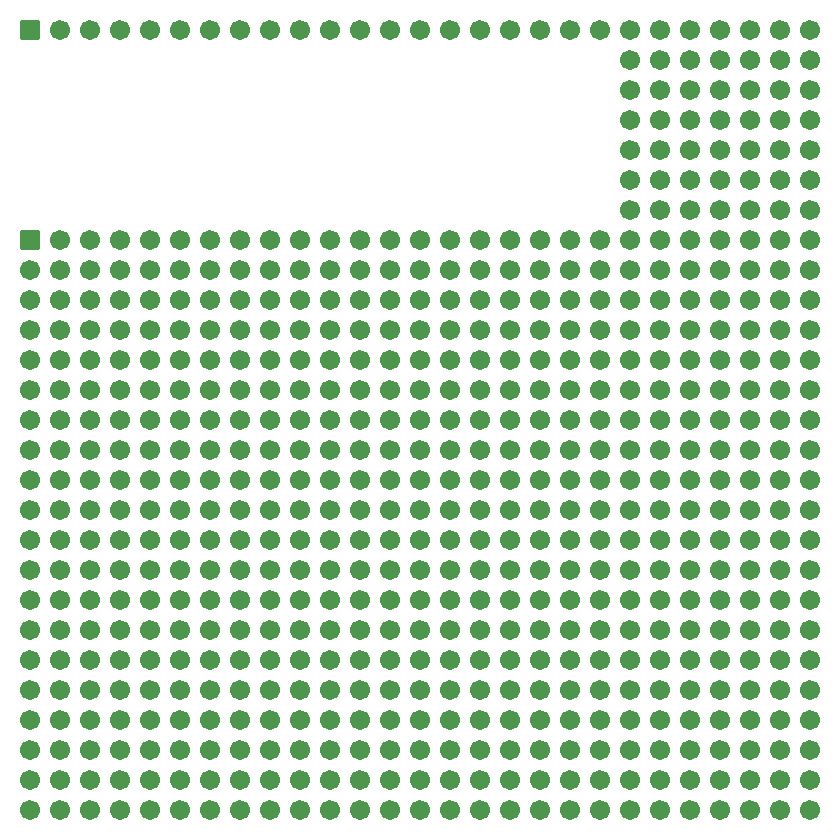
<source format=gbs>
G04 Layer: BottomSolderMaskLayer*
G04 EasyEDA v6.5.14, 2022-08-20 14:37:37*
G04 4645136cb0f74b4096413293ac8c450d,6126cb6f80e34288b1b51c63ee1abbf7,10*
G04 Gerber Generator version 0.2*
G04 Scale: 100 percent, Rotated: No, Reflected: No *
G04 Dimensions in millimeters *
G04 leading zeros omitted , absolute positions ,4 integer and 5 decimal *
%FSLAX45Y45*%
%MOMM*%

%AMMACRO1*1,1,$1,$2,$3*1,1,$1,$4,$5*1,1,$1,0-$2,0-$3*1,1,$1,0-$4,0-$5*20,1,$1,$2,$3,$4,$5,0*20,1,$1,$4,$5,0-$2,0-$3,0*20,1,$1,0-$2,0-$3,0-$4,0-$5,0*20,1,$1,0-$4,0-$5,$2,$3,0*4,1,4,$2,$3,$4,$5,0-$2,0-$3,0-$4,0-$5,$2,$3,0*%
%ADD10C,1.7016*%
%ADD11MACRO1,0.1016X-0.8X0.8X0.8X0.8*%

%LPD*%
D10*
G01*
X8559800Y7683474D03*
G01*
X8305800Y7683474D03*
G01*
X8051800Y7683474D03*
G01*
X7797800Y7683474D03*
G01*
X7543800Y7683474D03*
G01*
X7289800Y7683474D03*
G01*
X7035800Y7683474D03*
G01*
X6781800Y7683474D03*
G01*
X6527800Y7683474D03*
G01*
X6273800Y7683474D03*
G01*
X6019800Y7683474D03*
G01*
X5765800Y7683474D03*
G01*
X5511800Y7683474D03*
G01*
X5257800Y7683474D03*
G01*
X5003800Y7683474D03*
G01*
X4749800Y7683474D03*
G01*
X4495800Y7683474D03*
G01*
X4241800Y7683474D03*
G01*
X3987800Y7683474D03*
D11*
G01*
X3733787Y7683484D03*
D10*
G01*
X8559800Y9461474D03*
G01*
X8305800Y9461474D03*
G01*
X8051800Y9461474D03*
G01*
X7797800Y9461474D03*
G01*
X7543800Y9461474D03*
G01*
X7289800Y9461474D03*
G01*
X7035800Y9461474D03*
G01*
X6781800Y9461474D03*
G01*
X6527800Y9461474D03*
G01*
X6273800Y9461474D03*
G01*
X6019800Y9461474D03*
G01*
X5765800Y9461474D03*
G01*
X5511800Y9461474D03*
G01*
X5257800Y9461474D03*
G01*
X5003800Y9461474D03*
G01*
X4749800Y9461474D03*
G01*
X4495800Y9461474D03*
G01*
X4241800Y9461474D03*
G01*
X3987800Y9461474D03*
D11*
G01*
X3733787Y9461482D03*
D10*
G01*
X8813774Y9461474D03*
G01*
X8813774Y9207474D03*
G01*
X8813774Y8953474D03*
G01*
X8813774Y8699474D03*
G01*
X8813774Y8445474D03*
G01*
X8813774Y8191474D03*
G01*
X8813774Y7937474D03*
G01*
X8813774Y7683474D03*
G01*
X3733800Y2857500D03*
G01*
X3733800Y3111500D03*
G01*
X3733800Y3365500D03*
G01*
X3733800Y3619500D03*
G01*
X3733800Y3873500D03*
G01*
X3733800Y4127500D03*
G01*
X3733800Y4381500D03*
G01*
X3733800Y4635500D03*
G01*
X3733800Y4889500D03*
G01*
X3733800Y5143500D03*
G01*
X3733800Y5397500D03*
G01*
X3733800Y5651500D03*
G01*
X3733800Y5905474D03*
G01*
X3733800Y6159474D03*
G01*
X3733800Y6413474D03*
G01*
X3733800Y6667474D03*
G01*
X3733800Y6921474D03*
G01*
X3733800Y7175474D03*
G01*
X3733800Y7429474D03*
G01*
X3987800Y7429474D03*
G01*
X3987800Y7175474D03*
G01*
X3987800Y6921474D03*
G01*
X3987800Y6667474D03*
G01*
X3987800Y6413474D03*
G01*
X3987800Y6159474D03*
G01*
X3987800Y5905474D03*
G01*
X3987800Y5651500D03*
G01*
X3987800Y5397500D03*
G01*
X3987800Y5143500D03*
G01*
X3987800Y4889500D03*
G01*
X3987800Y4635500D03*
G01*
X3987800Y4381500D03*
G01*
X3987800Y4127500D03*
G01*
X3987800Y3873500D03*
G01*
X3987800Y3619500D03*
G01*
X3987800Y3365500D03*
G01*
X3987800Y3111500D03*
G01*
X3987800Y2857500D03*
G01*
X4495800Y2857500D03*
G01*
X4495800Y3111500D03*
G01*
X4495800Y3365500D03*
G01*
X4495800Y3619500D03*
G01*
X4495800Y3873500D03*
G01*
X4495800Y4127500D03*
G01*
X4495800Y4381500D03*
G01*
X4495800Y4635500D03*
G01*
X4495800Y4889500D03*
G01*
X4495800Y5143500D03*
G01*
X4495800Y5397500D03*
G01*
X4495800Y5651500D03*
G01*
X4495800Y5905474D03*
G01*
X4495800Y6159474D03*
G01*
X4495800Y6413474D03*
G01*
X4495800Y6667474D03*
G01*
X4495800Y6921474D03*
G01*
X4495800Y7175474D03*
G01*
X4495800Y7429474D03*
G01*
X4241800Y7429474D03*
G01*
X4241800Y7175474D03*
G01*
X4241800Y6921474D03*
G01*
X4241800Y6667474D03*
G01*
X4241800Y6413474D03*
G01*
X4241800Y6159474D03*
G01*
X4241800Y5905474D03*
G01*
X4241800Y5651500D03*
G01*
X4241800Y5397500D03*
G01*
X4241800Y5143500D03*
G01*
X4241800Y4889500D03*
G01*
X4241800Y4635500D03*
G01*
X4241800Y4381500D03*
G01*
X4241800Y4127500D03*
G01*
X4241800Y3873500D03*
G01*
X4241800Y3619500D03*
G01*
X4241800Y3365500D03*
G01*
X4241800Y3111500D03*
G01*
X4241800Y2857500D03*
G01*
X5257800Y2857500D03*
G01*
X5257800Y3111500D03*
G01*
X5257800Y3365500D03*
G01*
X5257800Y3619500D03*
G01*
X5257800Y3873500D03*
G01*
X5257800Y4127500D03*
G01*
X5257800Y4381500D03*
G01*
X5257800Y4635500D03*
G01*
X5257800Y4889500D03*
G01*
X5257800Y5143500D03*
G01*
X5257800Y5397500D03*
G01*
X5257800Y5651500D03*
G01*
X5257800Y5905474D03*
G01*
X5257800Y6159474D03*
G01*
X5257800Y6413474D03*
G01*
X5257800Y6667474D03*
G01*
X5257800Y6921474D03*
G01*
X5257800Y7175474D03*
G01*
X5257800Y7429474D03*
G01*
X5511800Y7429474D03*
G01*
X5511800Y7175474D03*
G01*
X5511800Y6921474D03*
G01*
X5511800Y6667474D03*
G01*
X5511800Y6413474D03*
G01*
X5511800Y6159474D03*
G01*
X5511800Y5905474D03*
G01*
X5511800Y5651500D03*
G01*
X5511800Y5397500D03*
G01*
X5511800Y5143500D03*
G01*
X5511800Y4889500D03*
G01*
X5511800Y4635500D03*
G01*
X5511800Y4381500D03*
G01*
X5511800Y4127500D03*
G01*
X5511800Y3873500D03*
G01*
X5511800Y3619500D03*
G01*
X5511800Y3365500D03*
G01*
X5511800Y3111500D03*
G01*
X5511800Y2857500D03*
G01*
X5003800Y2857500D03*
G01*
X5003800Y3111500D03*
G01*
X5003800Y3365500D03*
G01*
X5003800Y3619500D03*
G01*
X5003800Y3873500D03*
G01*
X5003800Y4127500D03*
G01*
X5003800Y4381500D03*
G01*
X5003800Y4635500D03*
G01*
X5003800Y4889500D03*
G01*
X5003800Y5143500D03*
G01*
X5003800Y5397500D03*
G01*
X5003800Y5651500D03*
G01*
X5003800Y5905474D03*
G01*
X5003800Y6159474D03*
G01*
X5003800Y6413474D03*
G01*
X5003800Y6667474D03*
G01*
X5003800Y6921474D03*
G01*
X5003800Y7175474D03*
G01*
X5003800Y7429474D03*
G01*
X4749800Y7429474D03*
G01*
X4749800Y7175474D03*
G01*
X4749800Y6921474D03*
G01*
X4749800Y6667474D03*
G01*
X4749800Y6413474D03*
G01*
X4749800Y6159474D03*
G01*
X4749800Y5905474D03*
G01*
X4749800Y5651500D03*
G01*
X4749800Y5397500D03*
G01*
X4749800Y5143500D03*
G01*
X4749800Y4889500D03*
G01*
X4749800Y4635500D03*
G01*
X4749800Y4381500D03*
G01*
X4749800Y4127500D03*
G01*
X4749800Y3873500D03*
G01*
X4749800Y3619500D03*
G01*
X4749800Y3365500D03*
G01*
X4749800Y3111500D03*
G01*
X4749800Y2857500D03*
G01*
X6781774Y2857500D03*
G01*
X6781774Y3111500D03*
G01*
X6781774Y3365500D03*
G01*
X6781774Y3619500D03*
G01*
X6781774Y3873500D03*
G01*
X6781774Y4127500D03*
G01*
X6781774Y4381500D03*
G01*
X6781774Y4635500D03*
G01*
X6781774Y4889500D03*
G01*
X6781774Y5143500D03*
G01*
X6781774Y5397500D03*
G01*
X6781774Y5651500D03*
G01*
X6781774Y5905474D03*
G01*
X6781774Y6159474D03*
G01*
X6781774Y6413474D03*
G01*
X6781774Y6667474D03*
G01*
X6781774Y6921474D03*
G01*
X6781774Y7175474D03*
G01*
X6781774Y7429474D03*
G01*
X7035774Y7429474D03*
G01*
X7035774Y7175474D03*
G01*
X7035774Y6921474D03*
G01*
X7035774Y6667474D03*
G01*
X7035774Y6413474D03*
G01*
X7035774Y6159474D03*
G01*
X7035774Y5905474D03*
G01*
X7035774Y5651500D03*
G01*
X7035774Y5397500D03*
G01*
X7035774Y5143500D03*
G01*
X7035774Y4889500D03*
G01*
X7035774Y4635500D03*
G01*
X7035774Y4381500D03*
G01*
X7035774Y4127500D03*
G01*
X7035774Y3873500D03*
G01*
X7035774Y3619500D03*
G01*
X7035774Y3365500D03*
G01*
X7035774Y3111500D03*
G01*
X7035774Y2857500D03*
G01*
X7543774Y2857500D03*
G01*
X7543774Y3111500D03*
G01*
X7543774Y3365500D03*
G01*
X7543774Y3619500D03*
G01*
X7543774Y3873500D03*
G01*
X7543774Y4127500D03*
G01*
X7543774Y4381500D03*
G01*
X7543774Y4635500D03*
G01*
X7543774Y4889500D03*
G01*
X7543774Y5143500D03*
G01*
X7543774Y5397500D03*
G01*
X7543774Y5651500D03*
G01*
X7543774Y5905474D03*
G01*
X7543774Y6159474D03*
G01*
X7543774Y6413474D03*
G01*
X7543774Y6667474D03*
G01*
X7543774Y6921474D03*
G01*
X7543774Y7175474D03*
G01*
X7543774Y7429474D03*
G01*
X7289774Y7429474D03*
G01*
X7289774Y7175474D03*
G01*
X7289774Y6921474D03*
G01*
X7289774Y6667474D03*
G01*
X7289774Y6413474D03*
G01*
X7289774Y6159474D03*
G01*
X7289774Y5905474D03*
G01*
X7289774Y5651500D03*
G01*
X7289774Y5397500D03*
G01*
X7289774Y5143500D03*
G01*
X7289774Y4889500D03*
G01*
X7289774Y4635500D03*
G01*
X7289774Y4381500D03*
G01*
X7289774Y4127500D03*
G01*
X7289774Y3873500D03*
G01*
X7289774Y3619500D03*
G01*
X7289774Y3365500D03*
G01*
X7289774Y3111500D03*
G01*
X7289774Y2857500D03*
G01*
X6273800Y2857500D03*
G01*
X6273800Y3111500D03*
G01*
X6273800Y3365500D03*
G01*
X6273800Y3619500D03*
G01*
X6273800Y3873500D03*
G01*
X6273800Y4127500D03*
G01*
X6273800Y4381500D03*
G01*
X6273800Y4635500D03*
G01*
X6273800Y4889500D03*
G01*
X6273800Y5143500D03*
G01*
X6273800Y5397500D03*
G01*
X6273800Y5651500D03*
G01*
X6273800Y5905474D03*
G01*
X6273800Y6159474D03*
G01*
X6273800Y6413474D03*
G01*
X6273800Y6667474D03*
G01*
X6273800Y6921474D03*
G01*
X6273800Y7175474D03*
G01*
X6273800Y7429474D03*
G01*
X6527800Y7429474D03*
G01*
X6527800Y7175474D03*
G01*
X6527800Y6921474D03*
G01*
X6527800Y6667474D03*
G01*
X6527800Y6413474D03*
G01*
X6527800Y6159474D03*
G01*
X6527800Y5905474D03*
G01*
X6527800Y5651500D03*
G01*
X6527800Y5397500D03*
G01*
X6527800Y5143500D03*
G01*
X6527800Y4889500D03*
G01*
X6527800Y4635500D03*
G01*
X6527800Y4381500D03*
G01*
X6527800Y4127500D03*
G01*
X6527800Y3873500D03*
G01*
X6527800Y3619500D03*
G01*
X6527800Y3365500D03*
G01*
X6527800Y3111500D03*
G01*
X6527800Y2857500D03*
G01*
X6019800Y2857500D03*
G01*
X6019800Y3111500D03*
G01*
X6019800Y3365500D03*
G01*
X6019800Y3619500D03*
G01*
X6019800Y3873500D03*
G01*
X6019800Y4127500D03*
G01*
X6019800Y4381500D03*
G01*
X6019800Y4635500D03*
G01*
X6019800Y4889500D03*
G01*
X6019800Y5143500D03*
G01*
X6019800Y5397500D03*
G01*
X6019800Y5651500D03*
G01*
X6019800Y5905474D03*
G01*
X6019800Y6159474D03*
G01*
X6019800Y6413474D03*
G01*
X6019800Y6667474D03*
G01*
X6019800Y6921474D03*
G01*
X6019800Y7175474D03*
G01*
X6019800Y7429474D03*
G01*
X5765800Y7429474D03*
G01*
X5765800Y7175474D03*
G01*
X5765800Y6921474D03*
G01*
X5765800Y6667474D03*
G01*
X5765800Y6413474D03*
G01*
X5765800Y6159474D03*
G01*
X5765800Y5905474D03*
G01*
X5765800Y5651500D03*
G01*
X5765800Y5397500D03*
G01*
X5765800Y5143500D03*
G01*
X5765800Y4889500D03*
G01*
X5765800Y4635500D03*
G01*
X5765800Y4381500D03*
G01*
X5765800Y4127500D03*
G01*
X5765800Y3873500D03*
G01*
X5765800Y3619500D03*
G01*
X5765800Y3365500D03*
G01*
X5765800Y3111500D03*
G01*
X5765800Y2857500D03*
G01*
X8813774Y2857500D03*
G01*
X8813774Y3111500D03*
G01*
X8813774Y3365500D03*
G01*
X8813774Y3619500D03*
G01*
X8813774Y3873500D03*
G01*
X8813774Y4127500D03*
G01*
X8813774Y4381500D03*
G01*
X8813774Y4635500D03*
G01*
X8813774Y4889500D03*
G01*
X8813774Y5143500D03*
G01*
X8813774Y5397500D03*
G01*
X8813774Y5651500D03*
G01*
X8813774Y5905474D03*
G01*
X8813774Y6159474D03*
G01*
X8813774Y6413474D03*
G01*
X8813774Y6667474D03*
G01*
X8813774Y6921474D03*
G01*
X8813774Y7175474D03*
G01*
X8813774Y7429474D03*
G01*
X9067774Y7429474D03*
G01*
X9067774Y7175474D03*
G01*
X9067774Y6921474D03*
G01*
X9067774Y6667474D03*
G01*
X9067774Y6413474D03*
G01*
X9067774Y6159474D03*
G01*
X9067774Y5905474D03*
G01*
X9067774Y5651500D03*
G01*
X9067774Y5397500D03*
G01*
X9067774Y5143500D03*
G01*
X9067774Y4889500D03*
G01*
X9067774Y4635500D03*
G01*
X9067774Y4381500D03*
G01*
X9067774Y4127500D03*
G01*
X9067774Y3873500D03*
G01*
X9067774Y3619500D03*
G01*
X9067774Y3365500D03*
G01*
X9067774Y3111500D03*
G01*
X9067774Y2857500D03*
G01*
X9575774Y2857500D03*
G01*
X9575774Y3111500D03*
G01*
X9575774Y3365500D03*
G01*
X9575774Y3619500D03*
G01*
X9575774Y3873500D03*
G01*
X9575774Y4127500D03*
G01*
X9575774Y4381500D03*
G01*
X9575774Y4635500D03*
G01*
X9575774Y4889500D03*
G01*
X9575774Y5143500D03*
G01*
X9575774Y5397500D03*
G01*
X9575774Y5651500D03*
G01*
X9575774Y5905474D03*
G01*
X9575774Y6159474D03*
G01*
X9575774Y6413474D03*
G01*
X9575774Y6667474D03*
G01*
X9575774Y6921474D03*
G01*
X9575774Y7175474D03*
G01*
X9575774Y7429474D03*
G01*
X9321774Y7429474D03*
G01*
X9321774Y7175474D03*
G01*
X9321774Y6921474D03*
G01*
X9321774Y6667474D03*
G01*
X9321774Y6413474D03*
G01*
X9321774Y6159474D03*
G01*
X9321774Y5905474D03*
G01*
X9321774Y5651500D03*
G01*
X9321774Y5397500D03*
G01*
X9321774Y5143500D03*
G01*
X9321774Y4889500D03*
G01*
X9321774Y4635500D03*
G01*
X9321774Y4381500D03*
G01*
X9321774Y4127500D03*
G01*
X9321774Y3873500D03*
G01*
X9321774Y3619500D03*
G01*
X9321774Y3365500D03*
G01*
X9321774Y3111500D03*
G01*
X9321774Y2857500D03*
G01*
X8305774Y2857500D03*
G01*
X8305774Y3111500D03*
G01*
X8305774Y3365500D03*
G01*
X8305774Y3619500D03*
G01*
X8305774Y3873500D03*
G01*
X8305774Y4127500D03*
G01*
X8305774Y4381500D03*
G01*
X8305774Y4635500D03*
G01*
X8305774Y4889500D03*
G01*
X8305774Y5143500D03*
G01*
X8305774Y5397500D03*
G01*
X8305774Y5651500D03*
G01*
X8305774Y5905474D03*
G01*
X8305774Y6159474D03*
G01*
X8305774Y6413474D03*
G01*
X8305774Y6667474D03*
G01*
X8305774Y6921474D03*
G01*
X8305774Y7175474D03*
G01*
X8305774Y7429474D03*
G01*
X8559774Y7429474D03*
G01*
X8559774Y7175474D03*
G01*
X8559774Y6921474D03*
G01*
X8559774Y6667474D03*
G01*
X8559774Y6413474D03*
G01*
X8559774Y6159474D03*
G01*
X8559774Y5905474D03*
G01*
X8559774Y5651500D03*
G01*
X8559774Y5397500D03*
G01*
X8559774Y5143500D03*
G01*
X8559774Y4889500D03*
G01*
X8559774Y4635500D03*
G01*
X8559774Y4381500D03*
G01*
X8559774Y4127500D03*
G01*
X8559774Y3873500D03*
G01*
X8559774Y3619500D03*
G01*
X8559774Y3365500D03*
G01*
X8559774Y3111500D03*
G01*
X8559774Y2857500D03*
G01*
X8051774Y2857500D03*
G01*
X8051774Y3111500D03*
G01*
X8051774Y3365500D03*
G01*
X8051774Y3619500D03*
G01*
X8051774Y3873500D03*
G01*
X8051774Y4127500D03*
G01*
X8051774Y4381500D03*
G01*
X8051774Y4635500D03*
G01*
X8051774Y4889500D03*
G01*
X8051774Y5143500D03*
G01*
X8051774Y5397500D03*
G01*
X8051774Y5651500D03*
G01*
X8051774Y5905474D03*
G01*
X8051774Y6159474D03*
G01*
X8051774Y6413474D03*
G01*
X8051774Y6667474D03*
G01*
X8051774Y6921474D03*
G01*
X8051774Y7175474D03*
G01*
X8051774Y7429474D03*
G01*
X7797774Y7429474D03*
G01*
X7797774Y7175474D03*
G01*
X7797774Y6921474D03*
G01*
X7797774Y6667474D03*
G01*
X7797774Y6413474D03*
G01*
X7797774Y6159474D03*
G01*
X7797774Y5905474D03*
G01*
X7797774Y5651500D03*
G01*
X7797774Y5397500D03*
G01*
X7797774Y5143500D03*
G01*
X7797774Y4889500D03*
G01*
X7797774Y4635500D03*
G01*
X7797774Y4381500D03*
G01*
X7797774Y4127500D03*
G01*
X7797774Y3873500D03*
G01*
X7797774Y3619500D03*
G01*
X7797774Y3365500D03*
G01*
X7797774Y3111500D03*
G01*
X7797774Y2857500D03*
G01*
X9829774Y2857500D03*
G01*
X9829774Y3111500D03*
G01*
X9829774Y3365500D03*
G01*
X9829774Y3619500D03*
G01*
X9829774Y3873500D03*
G01*
X9829774Y4127500D03*
G01*
X9829774Y4381500D03*
G01*
X9829774Y4635500D03*
G01*
X9829774Y4889500D03*
G01*
X9829774Y5143500D03*
G01*
X9829774Y5397500D03*
G01*
X9829774Y5651500D03*
G01*
X9829774Y5905474D03*
G01*
X9829774Y6159474D03*
G01*
X9829774Y6413474D03*
G01*
X9829774Y6667474D03*
G01*
X9829774Y6921474D03*
G01*
X9829774Y7175474D03*
G01*
X9829774Y7429474D03*
G01*
X10083774Y2857500D03*
G01*
X10083774Y3111500D03*
G01*
X10083774Y3365500D03*
G01*
X10083774Y3619500D03*
G01*
X10083774Y3873500D03*
G01*
X10083774Y4127500D03*
G01*
X10083774Y4381500D03*
G01*
X10083774Y4635500D03*
G01*
X10083774Y4889500D03*
G01*
X10083774Y5143500D03*
G01*
X10083774Y5397500D03*
G01*
X10083774Y5651500D03*
G01*
X10083774Y5905474D03*
G01*
X10083774Y6159474D03*
G01*
X10083774Y6413474D03*
G01*
X10083774Y6667474D03*
G01*
X10083774Y6921474D03*
G01*
X10083774Y7175474D03*
G01*
X10083774Y7429474D03*
G01*
X10337774Y2857500D03*
G01*
X10337774Y3111500D03*
G01*
X10337774Y3365500D03*
G01*
X10337774Y3619500D03*
G01*
X10337774Y3873500D03*
G01*
X10337774Y4127500D03*
G01*
X10337774Y4381500D03*
G01*
X10337774Y4635500D03*
G01*
X10337774Y4889500D03*
G01*
X10337774Y5143500D03*
G01*
X10337774Y5397500D03*
G01*
X10337774Y5651500D03*
G01*
X10337774Y5905474D03*
G01*
X10337774Y6159474D03*
G01*
X10337774Y6413474D03*
G01*
X10337774Y6667474D03*
G01*
X10337774Y6921474D03*
G01*
X10337774Y7175474D03*
G01*
X10337774Y7429474D03*
G01*
X9067774Y7683474D03*
G01*
X9067774Y7937474D03*
G01*
X9067774Y8191474D03*
G01*
X9067774Y8445474D03*
G01*
X9067774Y8699474D03*
G01*
X9067774Y8953474D03*
G01*
X9067774Y9207474D03*
G01*
X9067774Y9461474D03*
G01*
X9575774Y9461474D03*
G01*
X9575774Y9207474D03*
G01*
X9575774Y8953474D03*
G01*
X9575774Y8699474D03*
G01*
X9575774Y8445474D03*
G01*
X9575774Y8191474D03*
G01*
X9575774Y7937474D03*
G01*
X9575774Y7683474D03*
G01*
X9321774Y7683474D03*
G01*
X9321774Y7937474D03*
G01*
X9321774Y8191474D03*
G01*
X9321774Y8445474D03*
G01*
X9321774Y8699474D03*
G01*
X9321774Y8953474D03*
G01*
X9321774Y9207474D03*
G01*
X9321774Y9461474D03*
G01*
X10083774Y9461474D03*
G01*
X10083774Y9207474D03*
G01*
X10083774Y8953474D03*
G01*
X10083774Y8699474D03*
G01*
X10083774Y8445474D03*
G01*
X10083774Y8191474D03*
G01*
X10083774Y7937474D03*
G01*
X10083774Y7683474D03*
G01*
X10337774Y7683474D03*
G01*
X10337774Y7937474D03*
G01*
X10337774Y8191474D03*
G01*
X10337774Y8445474D03*
G01*
X10337774Y8699474D03*
G01*
X10337774Y8953474D03*
G01*
X10337774Y9207474D03*
G01*
X10337774Y9461474D03*
G01*
X9829774Y9461474D03*
G01*
X9829774Y9207474D03*
G01*
X9829774Y8953474D03*
G01*
X9829774Y8699474D03*
G01*
X9829774Y8445474D03*
G01*
X9829774Y8191474D03*
G01*
X9829774Y7937474D03*
G01*
X9829774Y7683474D03*
M02*

</source>
